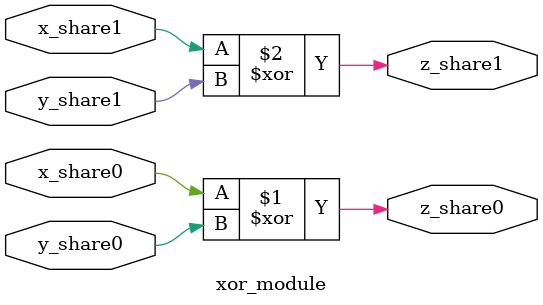
<source format=v>
module xor_module (
    input   x_share0,
    input   x_share1,
    input   y_share0,
    input   y_share1,
    output  z_share0,
    output  z_share1
);

    assign z_share0 = x_share0 ^ y_share0;
    assign z_share1 = x_share1 ^ y_share1;

endmodule

</source>
